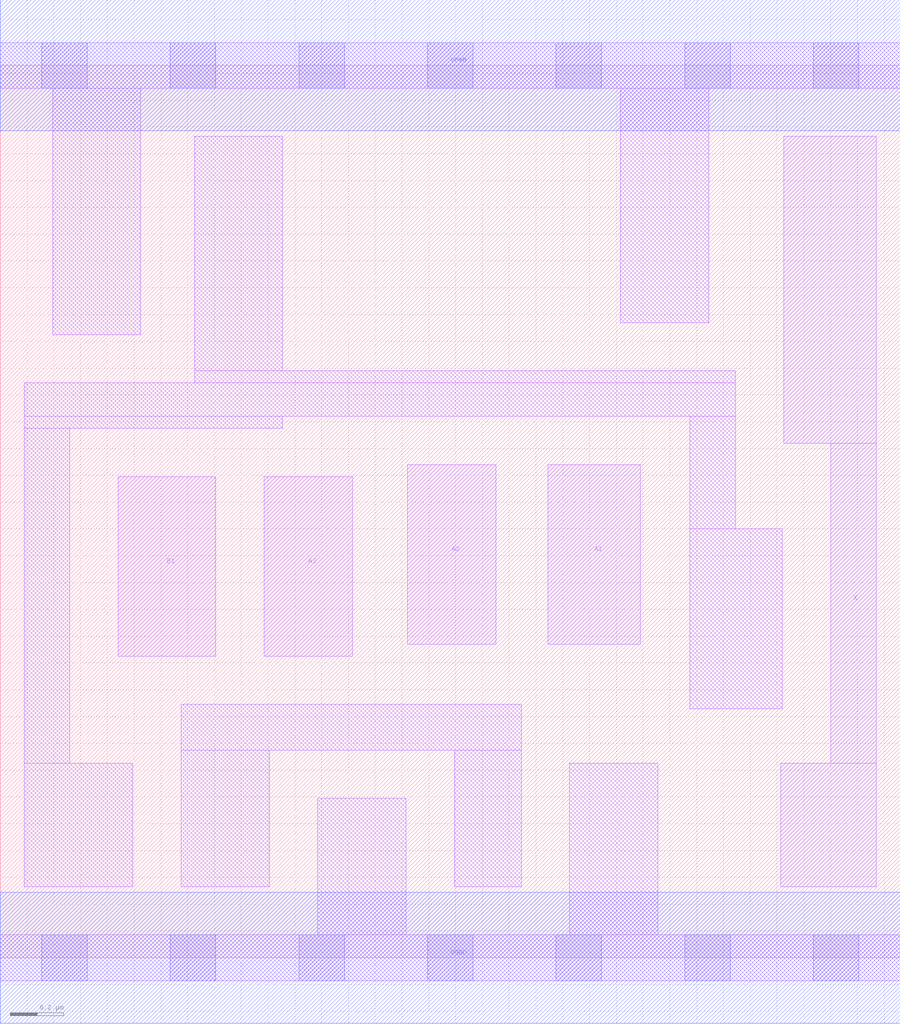
<source format=lef>
# Copyright 2020 The SkyWater PDK Authors
#
# Licensed under the Apache License, Version 2.0 (the "License");
# you may not use this file except in compliance with the License.
# You may obtain a copy of the License at
#
#     https://www.apache.org/licenses/LICENSE-2.0
#
# Unless required by applicable law or agreed to in writing, software
# distributed under the License is distributed on an "AS IS" BASIS,
# WITHOUT WARRANTIES OR CONDITIONS OF ANY KIND, either express or implied.
# See the License for the specific language governing permissions and
# limitations under the License.
#
# SPDX-License-Identifier: Apache-2.0

VERSION 5.7 ;
  NAMESCASESENSITIVE ON ;
  NOWIREEXTENSIONATPIN ON ;
  DIVIDERCHAR "/" ;
  BUSBITCHARS "[]" ;
UNITS
  DATABASE MICRONS 200 ;
END UNITS
MACRO sky130_fd_sc_lp__o31a_lp
  CLASS CORE ;
  SOURCE USER ;
  FOREIGN sky130_fd_sc_lp__o31a_lp ;
  ORIGIN  0.000000  0.000000 ;
  SIZE  3.360000 BY  3.330000 ;
  SYMMETRY X Y R90 ;
  SITE unit ;
  PIN A1
    ANTENNAGATEAREA  0.313000 ;
    DIRECTION INPUT ;
    USE SIGNAL ;
    PORT
      LAYER li1 ;
        RECT 2.045000 1.170000 2.390000 1.840000 ;
    END
  END A1
  PIN A2
    ANTENNAGATEAREA  0.313000 ;
    DIRECTION INPUT ;
    USE SIGNAL ;
    PORT
      LAYER li1 ;
        RECT 1.520000 1.170000 1.850000 1.840000 ;
    END
  END A2
  PIN A3
    ANTENNAGATEAREA  0.313000 ;
    DIRECTION INPUT ;
    USE SIGNAL ;
    PORT
      LAYER li1 ;
        RECT 0.985000 1.125000 1.315000 1.795000 ;
    END
  END A3
  PIN B1
    ANTENNAGATEAREA  0.313000 ;
    DIRECTION INPUT ;
    USE SIGNAL ;
    PORT
      LAYER li1 ;
        RECT 0.440000 1.125000 0.805000 1.795000 ;
    END
  END B1
  PIN X
    ANTENNADIFFAREA  0.404700 ;
    DIRECTION OUTPUT ;
    USE SIGNAL ;
    PORT
      LAYER li1 ;
        RECT 2.915000 0.265000 3.270000 0.725000 ;
        RECT 2.925000 1.920000 3.270000 3.065000 ;
        RECT 3.100000 0.725000 3.270000 1.920000 ;
    END
  END X
  PIN VGND
    DIRECTION INOUT ;
    USE GROUND ;
    PORT
      LAYER met1 ;
        RECT 0.000000 -0.245000 3.360000 0.245000 ;
    END
  END VGND
  PIN VPWR
    DIRECTION INOUT ;
    USE POWER ;
    PORT
      LAYER met1 ;
        RECT 0.000000 3.085000 3.360000 3.575000 ;
    END
  END VPWR
  OBS
    LAYER li1 ;
      RECT 0.000000 -0.085000 3.360000 0.085000 ;
      RECT 0.000000  3.245000 3.360000 3.415000 ;
      RECT 0.090000  0.265000 0.495000 0.725000 ;
      RECT 0.090000  0.725000 0.260000 1.975000 ;
      RECT 0.090000  1.975000 1.055000 2.020000 ;
      RECT 0.090000  2.020000 2.745000 2.145000 ;
      RECT 0.195000  2.325000 0.525000 3.245000 ;
      RECT 0.675000  0.265000 1.005000 0.775000 ;
      RECT 0.675000  0.775000 1.945000 0.945000 ;
      RECT 0.725000  2.145000 2.745000 2.190000 ;
      RECT 0.725000  2.190000 1.055000 3.065000 ;
      RECT 1.185000  0.085000 1.515000 0.595000 ;
      RECT 1.695000  0.265000 1.945000 0.775000 ;
      RECT 2.125000  0.085000 2.455000 0.725000 ;
      RECT 2.315000  2.370000 2.645000 3.245000 ;
      RECT 2.575000  0.930000 2.920000 1.600000 ;
      RECT 2.575000  1.600000 2.745000 2.020000 ;
    LAYER mcon ;
      RECT 0.155000 -0.085000 0.325000 0.085000 ;
      RECT 0.155000  3.245000 0.325000 3.415000 ;
      RECT 0.635000 -0.085000 0.805000 0.085000 ;
      RECT 0.635000  3.245000 0.805000 3.415000 ;
      RECT 1.115000 -0.085000 1.285000 0.085000 ;
      RECT 1.115000  3.245000 1.285000 3.415000 ;
      RECT 1.595000 -0.085000 1.765000 0.085000 ;
      RECT 1.595000  3.245000 1.765000 3.415000 ;
      RECT 2.075000 -0.085000 2.245000 0.085000 ;
      RECT 2.075000  3.245000 2.245000 3.415000 ;
      RECT 2.555000 -0.085000 2.725000 0.085000 ;
      RECT 2.555000  3.245000 2.725000 3.415000 ;
      RECT 3.035000 -0.085000 3.205000 0.085000 ;
      RECT 3.035000  3.245000 3.205000 3.415000 ;
  END
END sky130_fd_sc_lp__o31a_lp
END LIBRARY

</source>
